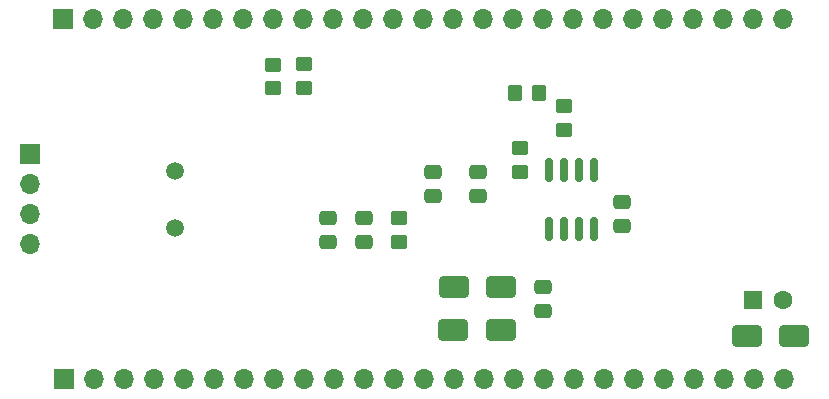
<source format=gbr>
%TF.GenerationSoftware,KiCad,Pcbnew,7.0.9*%
%TF.CreationDate,2024-03-19T10:53:25-03:00*%
%TF.ProjectId,CPU Stm32G431,43505520-5374-46d3-9332-473433312e6b,rev?*%
%TF.SameCoordinates,Original*%
%TF.FileFunction,Soldermask,Bot*%
%TF.FilePolarity,Negative*%
%FSLAX46Y46*%
G04 Gerber Fmt 4.6, Leading zero omitted, Abs format (unit mm)*
G04 Created by KiCad (PCBNEW 7.0.9) date 2024-03-19 10:53:25*
%MOMM*%
%LPD*%
G01*
G04 APERTURE LIST*
G04 Aperture macros list*
%AMRoundRect*
0 Rectangle with rounded corners*
0 $1 Rounding radius*
0 $2 $3 $4 $5 $6 $7 $8 $9 X,Y pos of 4 corners*
0 Add a 4 corners polygon primitive as box body*
4,1,4,$2,$3,$4,$5,$6,$7,$8,$9,$2,$3,0*
0 Add four circle primitives for the rounded corners*
1,1,$1+$1,$2,$3*
1,1,$1+$1,$4,$5*
1,1,$1+$1,$6,$7*
1,1,$1+$1,$8,$9*
0 Add four rect primitives between the rounded corners*
20,1,$1+$1,$2,$3,$4,$5,0*
20,1,$1+$1,$4,$5,$6,$7,0*
20,1,$1+$1,$6,$7,$8,$9,0*
20,1,$1+$1,$8,$9,$2,$3,0*%
G04 Aperture macros list end*
%ADD10R,1.600000X1.600000*%
%ADD11C,1.600000*%
%ADD12C,1.500000*%
%ADD13R,1.700000X1.700000*%
%ADD14O,1.700000X1.700000*%
%ADD15RoundRect,0.250000X-0.475000X0.337500X-0.475000X-0.337500X0.475000X-0.337500X0.475000X0.337500X0*%
%ADD16RoundRect,0.250000X-1.000000X-0.650000X1.000000X-0.650000X1.000000X0.650000X-1.000000X0.650000X0*%
%ADD17RoundRect,0.150000X0.150000X-0.825000X0.150000X0.825000X-0.150000X0.825000X-0.150000X-0.825000X0*%
%ADD18RoundRect,0.250000X-0.450000X0.350000X-0.450000X-0.350000X0.450000X-0.350000X0.450000X0.350000X0*%
%ADD19RoundRect,0.250000X0.475000X-0.337500X0.475000X0.337500X-0.475000X0.337500X-0.475000X-0.337500X0*%
%ADD20RoundRect,0.250000X1.000000X0.650000X-1.000000X0.650000X-1.000000X-0.650000X1.000000X-0.650000X0*%
%ADD21RoundRect,0.250000X0.450000X-0.350000X0.450000X0.350000X-0.450000X0.350000X-0.450000X-0.350000X0*%
%ADD22RoundRect,0.250000X0.350000X0.450000X-0.350000X0.450000X-0.350000X-0.450000X0.350000X-0.450000X0*%
G04 APERTURE END LIST*
D10*
%TO.C,C5*%
X177774888Y-112970000D03*
D11*
X180274888Y-112970000D03*
%TD*%
D12*
%TO.C,Y1*%
X128760000Y-106870000D03*
X128760000Y-101990000D03*
%TD*%
D13*
%TO.C,J1*%
X116505000Y-100620000D03*
D14*
X116505000Y-103160000D03*
X116505000Y-105700000D03*
X116505000Y-108240000D03*
%TD*%
D15*
%TO.C,C11*%
X144780000Y-105982500D03*
X144780000Y-108057500D03*
%TD*%
D16*
%TO.C,D1*%
X152380000Y-111850000D03*
X156380000Y-111850000D03*
%TD*%
D17*
%TO.C,U3*%
X164285000Y-106895000D03*
X163015000Y-106895000D03*
X161745000Y-106895000D03*
X160475000Y-106895000D03*
X160475000Y-101945000D03*
X161745000Y-101945000D03*
X163015000Y-101945000D03*
X164285000Y-101945000D03*
%TD*%
D18*
%TO.C,R4*%
X137080000Y-93020000D03*
X137080000Y-95020000D03*
%TD*%
D19*
%TO.C,C12*%
X150680000Y-104157500D03*
X150680000Y-102082500D03*
%TD*%
D13*
%TO.C,J2*%
X119370000Y-119670000D03*
D14*
X121910000Y-119670000D03*
X124450000Y-119670000D03*
X126990000Y-119670000D03*
X129530000Y-119670000D03*
X132070000Y-119670000D03*
X134610000Y-119670000D03*
X137150000Y-119670000D03*
X139690000Y-119670000D03*
X142230000Y-119670000D03*
X144770000Y-119670000D03*
X147310000Y-119670000D03*
X149850000Y-119670000D03*
X152390000Y-119670000D03*
X154930000Y-119670000D03*
X157470000Y-119670000D03*
X160010000Y-119670000D03*
X162550000Y-119670000D03*
X165090000Y-119670000D03*
X167630000Y-119670000D03*
X170170000Y-119670000D03*
X172710000Y-119670000D03*
X175250000Y-119670000D03*
X177790000Y-119670000D03*
X180330000Y-119670000D03*
%TD*%
D16*
%TO.C,D2*%
X152375000Y-115525000D03*
X156375000Y-115525000D03*
%TD*%
D19*
%TO.C,C9*%
X159980000Y-113887500D03*
X159980000Y-111812500D03*
%TD*%
D13*
%TO.C,J3*%
X119340000Y-89190000D03*
D14*
X121880000Y-89190000D03*
X124420000Y-89190000D03*
X126960000Y-89190000D03*
X129500000Y-89190000D03*
X132040000Y-89190000D03*
X134580000Y-89190000D03*
X137120000Y-89190000D03*
X139660000Y-89190000D03*
X142200000Y-89190000D03*
X144740000Y-89190000D03*
X147280000Y-89190000D03*
X149820000Y-89190000D03*
X152360000Y-89190000D03*
X154900000Y-89190000D03*
X157440000Y-89190000D03*
X159980000Y-89190000D03*
X162520000Y-89190000D03*
X165060000Y-89190000D03*
X167600000Y-89190000D03*
X170140000Y-89190000D03*
X172680000Y-89190000D03*
X175220000Y-89190000D03*
X177760000Y-89190000D03*
X180300000Y-89190000D03*
%TD*%
D19*
%TO.C,C17*%
X166680000Y-106695000D03*
X166680000Y-104620000D03*
%TD*%
D18*
%TO.C,R7*%
X158020000Y-100095000D03*
X158020000Y-102095000D03*
%TD*%
D19*
%TO.C,C16*%
X141780000Y-108057500D03*
X141780000Y-105982500D03*
%TD*%
D20*
%TO.C,D5*%
X181240000Y-115970000D03*
X177240000Y-115970000D03*
%TD*%
D18*
%TO.C,R5*%
X139680000Y-92980000D03*
X139680000Y-94980000D03*
%TD*%
D21*
%TO.C,R6*%
X161720000Y-98545000D03*
X161720000Y-96545000D03*
%TD*%
D19*
%TO.C,C13*%
X154480000Y-104157500D03*
X154480000Y-102082500D03*
%TD*%
D22*
%TO.C,R2*%
X159580000Y-95420000D03*
X157580000Y-95420000D03*
%TD*%
D21*
%TO.C,R1*%
X147780000Y-108020000D03*
X147780000Y-106020000D03*
%TD*%
M02*

</source>
